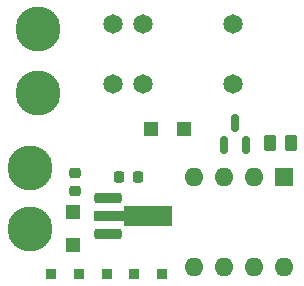
<source format=gbr>
%TF.GenerationSoftware,KiCad,Pcbnew,8.0.1*%
%TF.CreationDate,2024-12-19T13:08:11+01:00*%
%TF.ProjectId,on_off_switch,6f6e5f6f-6666-45f7-9377-697463682e6b,rev?*%
%TF.SameCoordinates,Original*%
%TF.FileFunction,Soldermask,Top*%
%TF.FilePolarity,Negative*%
%FSLAX46Y46*%
G04 Gerber Fmt 4.6, Leading zero omitted, Abs format (unit mm)*
G04 Created by KiCad (PCBNEW 8.0.1) date 2024-12-19 13:08:11*
%MOMM*%
%LPD*%
G01*
G04 APERTURE LIST*
G04 Aperture macros list*
%AMRoundRect*
0 Rectangle with rounded corners*
0 $1 Rounding radius*
0 $2 $3 $4 $5 $6 $7 $8 $9 X,Y pos of 4 corners*
0 Add a 4 corners polygon primitive as box body*
4,1,4,$2,$3,$4,$5,$6,$7,$8,$9,$2,$3,0*
0 Add four circle primitives for the rounded corners*
1,1,$1+$1,$2,$3*
1,1,$1+$1,$4,$5*
1,1,$1+$1,$6,$7*
1,1,$1+$1,$8,$9*
0 Add four rect primitives between the rounded corners*
20,1,$1+$1,$2,$3,$4,$5,0*
20,1,$1+$1,$4,$5,$6,$7,0*
20,1,$1+$1,$6,$7,$8,$9,0*
20,1,$1+$1,$8,$9,$2,$3,0*%
%AMFreePoly0*
4,1,9,5.362500,-0.866500,1.237500,-0.866500,1.237500,-0.450000,-1.237500,-0.450000,-1.237500,0.450000,1.237500,0.450000,1.237500,0.866500,5.362500,0.866500,5.362500,-0.866500,5.362500,-0.866500,$1*%
G04 Aperture macros list end*
%ADD10C,3.800000*%
%ADD11RoundRect,0.250000X0.262500X0.450000X-0.262500X0.450000X-0.262500X-0.450000X0.262500X-0.450000X0*%
%ADD12RoundRect,0.150000X0.150000X-0.587500X0.150000X0.587500X-0.150000X0.587500X-0.150000X-0.587500X0*%
%ADD13R,0.850000X0.850000*%
%ADD14C,1.650000*%
%ADD15RoundRect,0.225000X0.250000X-0.225000X0.250000X0.225000X-0.250000X0.225000X-0.250000X-0.225000X0*%
%ADD16RoundRect,0.225000X-0.925000X-0.225000X0.925000X-0.225000X0.925000X0.225000X-0.925000X0.225000X0*%
%ADD17FreePoly0,0.000000*%
%ADD18RoundRect,0.225000X0.225000X0.250000X-0.225000X0.250000X-0.225000X-0.250000X0.225000X-0.250000X0*%
%ADD19R,1.600000X1.600000*%
%ADD20O,1.600000X1.600000*%
%ADD21R,1.200000X1.200000*%
G04 APERTURE END LIST*
D10*
%TO.C,+12V*%
X118110000Y-67560000D03*
%TD*%
D11*
%TO.C,R1*%
X140222500Y-60240000D03*
X138397500Y-60240000D03*
%TD*%
D12*
%TO.C,Q1*%
X134540000Y-60405000D03*
X136440000Y-60405000D03*
X135490000Y-58530000D03*
%TD*%
D10*
%TO.C,GND*%
X118090000Y-62330000D03*
%TD*%
D13*
%TO.C,PB1*%
X126950000Y-71350000D03*
%TD*%
D14*
%TO.C,K1*%
X125185000Y-55240000D03*
X127725000Y-55240000D03*
X135345000Y-55240000D03*
X135345000Y-50160000D03*
X127725000Y-50160000D03*
X125185000Y-50160000D03*
%TD*%
D15*
%TO.C,C1*%
X121950000Y-64355000D03*
X121950000Y-62805000D03*
%TD*%
D16*
%TO.C,U2*%
X124740000Y-64930000D03*
D17*
X124827500Y-66430000D03*
D16*
X124740000Y-67930000D03*
%TD*%
D10*
%TO.C,NO*%
X118777500Y-50630000D03*
%TD*%
%TO.C,COM*%
X118777500Y-55980000D03*
%TD*%
D18*
%TO.C,C2*%
X127225000Y-63160000D03*
X125675000Y-63160000D03*
%TD*%
D13*
%TO.C,PB4*%
X119920000Y-71350000D03*
%TD*%
%TO.C,PB0*%
X129290000Y-71350000D03*
%TD*%
D19*
%TO.C,U1*%
X139660000Y-63140000D03*
D20*
X137120000Y-63140000D03*
X134580000Y-63140000D03*
X132040000Y-63140000D03*
X132040000Y-70760000D03*
X134580000Y-70760000D03*
X137120000Y-70760000D03*
X139660000Y-70760000D03*
%TD*%
D13*
%TO.C,PB5*%
X122260000Y-71350000D03*
%TD*%
D21*
%TO.C,D2*%
X121730000Y-66080000D03*
X121730000Y-68880000D03*
%TD*%
%TO.C,D1*%
X128350000Y-59110000D03*
X131150000Y-59110000D03*
%TD*%
D13*
%TO.C,PB2*%
X124600000Y-71360000D03*
%TD*%
M02*

</source>
